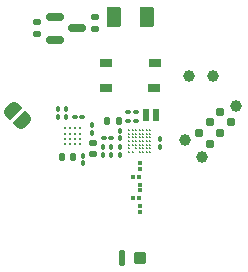
<source format=gbr>
%TF.GenerationSoftware,KiCad,Pcbnew,8.99.0-unknown-77b1d367df~178~ubuntu23.10.1*%
%TF.CreationDate,2024-10-31T14:46:16-04:00*%
%TF.ProjectId,nRF54L15_nPM2100_CR2032,6e524635-344c-4313-955f-6e504d323130,rev?*%
%TF.SameCoordinates,Original*%
%TF.FileFunction,Soldermask,Top*%
%TF.FilePolarity,Negative*%
%FSLAX46Y46*%
G04 Gerber Fmt 4.6, Leading zero omitted, Abs format (unit mm)*
G04 Created by KiCad (PCBNEW 8.99.0-unknown-77b1d367df~178~ubuntu23.10.1) date 2024-10-31 14:46:16*
%MOMM*%
%LPD*%
G01*
G04 APERTURE LIST*
G04 Aperture macros list*
%AMRoundRect*
0 Rectangle with rounded corners*
0 $1 Rounding radius*
0 $2 $3 $4 $5 $6 $7 $8 $9 X,Y pos of 4 corners*
0 Add a 4 corners polygon primitive as box body*
4,1,4,$2,$3,$4,$5,$6,$7,$8,$9,$2,$3,0*
0 Add four circle primitives for the rounded corners*
1,1,$1+$1,$2,$3*
1,1,$1+$1,$4,$5*
1,1,$1+$1,$6,$7*
1,1,$1+$1,$8,$9*
0 Add four rect primitives between the rounded corners*
20,1,$1+$1,$2,$3,$4,$5,0*
20,1,$1+$1,$4,$5,$6,$7,0*
20,1,$1+$1,$6,$7,$8,$9,0*
20,1,$1+$1,$8,$9,$2,$3,0*%
%AMFreePoly0*
4,1,19,0.499999,-0.750000,0.000000,-0.750000,0.000000,-0.744912,-0.071157,-0.744911,-0.207708,-0.704816,-0.327430,-0.627875,-0.420627,-0.520320,-0.479746,-0.390866,-0.500000,-0.250000,-0.500000,0.250000,-0.479746,0.390866,-0.420627,0.520320,-0.327430,0.627875,-0.207708,0.704816,-0.071157,0.744911,0.000000,0.744912,0.000000,0.750000,0.499999,0.750000,0.499999,-0.750000,0.499999,-0.750000,
$1*%
%AMFreePoly1*
4,1,19,0.000000,0.744912,0.071157,0.744911,0.207708,0.704816,0.327430,0.627875,0.420627,0.520320,0.479746,0.390866,0.500000,0.250000,0.500000,-0.250000,0.479746,-0.390866,0.420627,-0.520320,0.327430,-0.627875,0.207708,-0.704816,0.071157,-0.744911,0.000000,-0.744912,0.000000,-0.750000,-0.499999,-0.750000,-0.499999,0.750000,0.000000,0.750000,0.000000,0.744912,0.000000,0.744912,
$1*%
G04 Aperture macros list end*
%ADD10C,0.170000*%
%ADD11RoundRect,0.100000X-0.100000X0.130000X-0.100000X-0.130000X0.100000X-0.130000X0.100000X0.130000X0*%
%ADD12RoundRect,0.100000X0.130000X0.100000X-0.130000X0.100000X-0.130000X-0.100000X0.130000X-0.100000X0*%
%ADD13C,0.220000*%
%ADD14RoundRect,0.075000X-0.075000X0.125000X-0.075000X-0.125000X0.075000X-0.125000X0.075000X0.125000X0*%
%ADD15RoundRect,0.100000X0.100000X-0.130000X0.100000X0.130000X-0.100000X0.130000X-0.100000X-0.130000X0*%
%ADD16C,1.000000*%
%ADD17C,0.150000*%
%ADD18RoundRect,0.075000X-0.175000X-0.575000X0.175000X-0.575000X0.175000X0.575000X-0.175000X0.575000X0*%
%ADD19RoundRect,0.150000X-0.350000X-0.350000X0.350000X-0.350000X0.350000X0.350000X-0.350000X0.350000X0*%
%ADD20R,0.575000X1.114000*%
%ADD21RoundRect,0.135000X-0.185000X0.135000X-0.185000X-0.135000X0.185000X-0.135000X0.185000X0.135000X0*%
%ADD22RoundRect,0.250000X-0.375000X-0.625000X0.375000X-0.625000X0.375000X0.625000X-0.375000X0.625000X0*%
%ADD23RoundRect,0.100000X-0.130000X-0.100000X0.130000X-0.100000X0.130000X0.100000X-0.130000X0.100000X0*%
%ADD24RoundRect,0.147500X-0.147500X-0.172500X0.147500X-0.172500X0.147500X0.172500X-0.147500X0.172500X0*%
%ADD25RoundRect,0.150000X-0.587500X-0.150000X0.587500X-0.150000X0.587500X0.150000X-0.587500X0.150000X0*%
%ADD26C,0.990600*%
%ADD27C,0.787400*%
%ADD28FreePoly0,315.000000*%
%ADD29FreePoly1,315.000000*%
%ADD30R,1.050000X0.650000*%
%ADD31RoundRect,0.075000X0.125000X0.075000X-0.125000X0.075000X-0.125000X-0.075000X0.125000X-0.075000X0*%
%ADD32RoundRect,0.140000X-0.170000X0.140000X-0.170000X-0.140000X0.170000X-0.140000X0.170000X0.140000X0*%
G04 APERTURE END LIST*
D10*
%TO.C,U1*%
X189930000Y-61430000D03*
X189930000Y-61130000D03*
X189930000Y-60830000D03*
X189930000Y-60530000D03*
X189930000Y-60230000D03*
X189930000Y-59930000D03*
X189930000Y-59630000D03*
X190230000Y-61430000D03*
X190230000Y-60830000D03*
X190230000Y-60530000D03*
X190230000Y-60230000D03*
X190230000Y-59930000D03*
X190230000Y-59630000D03*
X190530000Y-61130000D03*
X190530000Y-60830000D03*
X190530000Y-60530000D03*
X190530000Y-60230000D03*
X190530000Y-59930000D03*
X190530000Y-59630000D03*
X190830000Y-61430000D03*
X190830000Y-61130000D03*
X190830000Y-60830000D03*
X190830000Y-60530000D03*
X190830000Y-60230000D03*
X190830000Y-59930000D03*
X190830000Y-59630000D03*
X191130000Y-61430000D03*
X191130000Y-61130000D03*
X191130000Y-60830000D03*
X191130000Y-60530000D03*
X191130000Y-60230000D03*
X191130000Y-59930000D03*
X191130000Y-59630000D03*
X191430000Y-61430000D03*
X191430000Y-61130000D03*
X191430000Y-60830000D03*
X191430000Y-60530000D03*
X191430000Y-60230000D03*
X191430000Y-59930000D03*
X191430000Y-59630000D03*
X191730000Y-61430000D03*
X191730000Y-61130000D03*
X191730000Y-60830000D03*
X191730000Y-60530000D03*
X191730000Y-60230000D03*
X191730000Y-59930000D03*
X191730000Y-59630000D03*
%TD*%
D11*
%TO.C,C12*%
X188430000Y-61063800D03*
X188430000Y-61703800D03*
%TD*%
D12*
%TO.C,C11*%
X190500000Y-58813800D03*
X189860000Y-58813800D03*
%TD*%
D13*
%TO.C,U2*%
X185800000Y-59468800D03*
X185800000Y-59908800D03*
X185800000Y-60348800D03*
X185800000Y-60788800D03*
X185360000Y-59468800D03*
X185360000Y-59908800D03*
X185360000Y-60348800D03*
X185360000Y-60788800D03*
X184920000Y-59468800D03*
X184920000Y-59908800D03*
X184920000Y-60348800D03*
X184920000Y-60788800D03*
X184480000Y-59468800D03*
X184480000Y-59908800D03*
X184480000Y-60348800D03*
X184480000Y-60788800D03*
%TD*%
D14*
%TO.C,L4*%
X190840000Y-66020000D03*
X190840000Y-66520000D03*
%TD*%
D15*
%TO.C,C7*%
X186760000Y-59823800D03*
X186760000Y-59183800D03*
%TD*%
D16*
%TO.C,TP2*%
X197000000Y-55000000D03*
%TD*%
D15*
%TO.C,C1*%
X189130000Y-60313800D03*
X189130000Y-59673800D03*
%TD*%
D17*
%TO.C,Y2*%
X188905000Y-62618800D03*
X188655000Y-62618800D03*
X188655000Y-62368800D03*
X188905000Y-62368800D03*
%TD*%
D12*
%TO.C,C10*%
X190500000Y-58113800D03*
X189860000Y-58113800D03*
%TD*%
D11*
%TO.C,R3*%
X184590000Y-57850000D03*
X184590000Y-58490000D03*
%TD*%
D18*
%TO.C,AE1*%
X189290000Y-70425000D03*
D19*
X190840000Y-70425000D03*
%TD*%
D12*
%TO.C,C4*%
X185960000Y-58513800D03*
X185320000Y-58513800D03*
%TD*%
D16*
%TO.C,TP1*%
X195000000Y-55000000D03*
%TD*%
D20*
%TO.C,Y1*%
X191367500Y-58363800D03*
X192192500Y-58363800D03*
%TD*%
D15*
%TO.C,C3*%
X186040000Y-62423800D03*
X186040000Y-61783800D03*
%TD*%
D21*
%TO.C,R4*%
X182100000Y-50490000D03*
X182100000Y-51510000D03*
%TD*%
D11*
%TO.C,C2*%
X187730000Y-61063800D03*
X187730000Y-61703800D03*
%TD*%
D22*
%TO.C,D1*%
X188600000Y-50000000D03*
X191400000Y-50000000D03*
%TD*%
D23*
%TO.C,FB1*%
X187760000Y-60313800D03*
X188400000Y-60313800D03*
%TD*%
D24*
%TO.C,L5*%
X184205000Y-61873800D03*
X185175000Y-61873800D03*
%TD*%
%TO.C,L1*%
X188065000Y-58823800D03*
X189035000Y-58823800D03*
%TD*%
D25*
%TO.C,Q1*%
X183662500Y-50050000D03*
X183662500Y-51950000D03*
X185537500Y-51000000D03*
%TD*%
D26*
%TO.C,J1*%
X198996051Y-57603949D03*
X196122369Y-61914472D03*
X194685528Y-60477631D03*
D27*
X197649013Y-58052962D03*
X198547038Y-58950987D03*
X196750987Y-58950987D03*
X197649013Y-59849013D03*
X195852962Y-59849013D03*
X196750987Y-60747038D03*
%TD*%
D15*
%TO.C,C8*%
X192530000Y-61003800D03*
X192530000Y-60363800D03*
%TD*%
D14*
%TO.C,L2*%
X190840000Y-62420000D03*
X190840000Y-62920000D03*
%TD*%
D28*
%TO.C,JP1*%
X179990381Y-57940381D03*
D29*
X180909619Y-58859619D03*
%TD*%
D11*
%TO.C,R2*%
X183890000Y-57850000D03*
X183890000Y-58490000D03*
%TD*%
D30*
%TO.C,SW1*%
X187925000Y-53925000D03*
X192075000Y-53925000D03*
X187925000Y-56075000D03*
X192050000Y-56075000D03*
%TD*%
D31*
%TO.C,C6*%
X190770000Y-63570000D03*
X190270000Y-63570000D03*
%TD*%
%TO.C,C9*%
X190770000Y-65370000D03*
X190270000Y-65370000D03*
%TD*%
D14*
%TO.C,L3*%
X190840000Y-64220000D03*
X190840000Y-64720000D03*
%TD*%
D21*
%TO.C,R1*%
X187000000Y-50000000D03*
X187000000Y-51020000D03*
%TD*%
D32*
%TO.C,C13*%
X186870000Y-60703800D03*
X186870000Y-61663800D03*
%TD*%
D11*
%TO.C,C5*%
X189130000Y-61073800D03*
X189130000Y-61713800D03*
%TD*%
M02*

</source>
